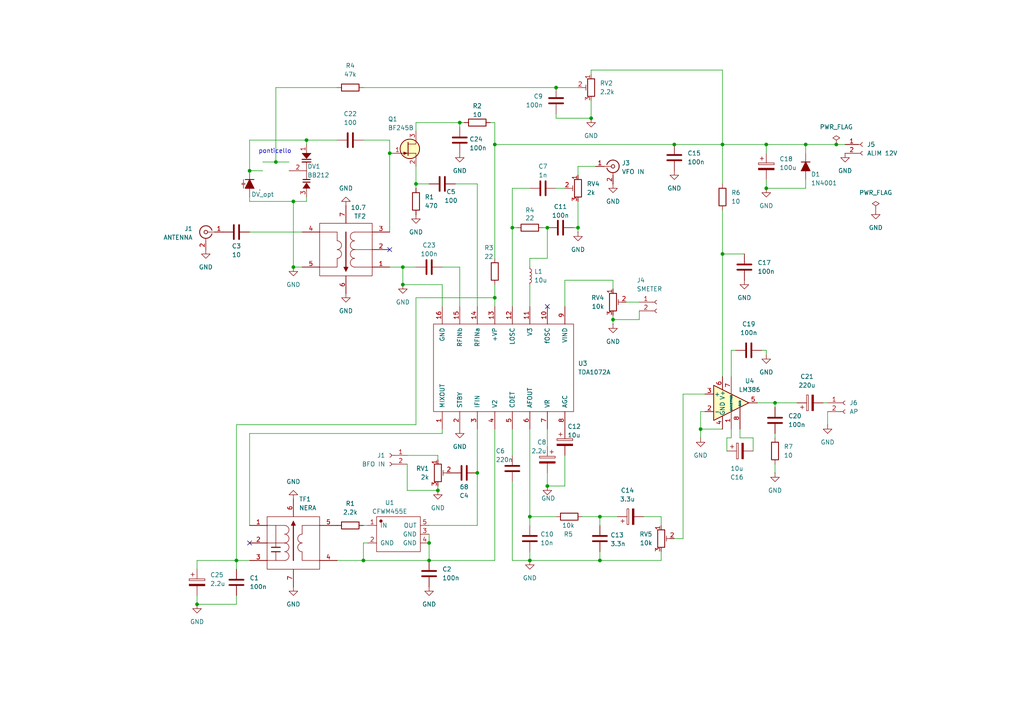
<source format=kicad_sch>
(kicad_sch (version 20250114) (generator "eeschema") (generator_version "9.0")
  (paper "A4")
  (lib_symbols
    (symbol "Amplifier_Audio:LM386" (pin_names (offset 0.127))
      (property "Reference" "U" (at 1.27 7.62 0))
      (property "Value" "LM386" (at 1.27 5.08 0))
      (symbol "LM386_0_1"
        (polyline (pts (xy 5.08 0) (xy -5.08 5.08) (xy -5.08 -5.08) (xy 5.08 0)) (stroke (width 0.254)) (fill (type background)))
      )
      (symbol "LM386_1_1"
        (pin input line (at -7.62 2.54 0) (length 2.54) (name "+") (number "3"))
        (pin input line (at -7.62 -2.54 0) (length 2.54) (name "-") (number "2"))
        (pin power_in line (at -2.54 7.62 270) (length 3.81) (name "V+") (number "6"))
        (pin power_in line (at -2.54 -7.62 90) (length 3.81) (name "GND") (number "4"))
        (pin input line (at 0 7.62 270) (length 5.08) (name "BYPASS") (number "7"))
        (pin input line (at 0 -7.62 90) (length 5.08) (name "GAIN") (number "1"))
        (pin input line (at 2.54 -7.62 90) (length 6.35) (name "GAIN") (number "8"))
        (pin output line (at 7.62 0 180) (length 2.54) (name "~") (number "5"))
      )
    )
    (symbol "Connector:Conn_01x02_Socket" (pin_names (offset 1.016) (hide yes))
      (property "Reference" "J" (at 0 2.54 0))
      (property "Value" "Conn_01x02_Socket" (at 0 -5.08 0))
      (symbol "Conn_01x02_Socket_1_1"
        (polyline (pts (xy -1.27 0) (xy -0.508 0)) (stroke (width 0.1524)))
        (polyline (pts (xy -1.27 -2.54) (xy -0.508 -2.54)) (stroke (width 0.1524)))
        (arc (start 0 -0.508) (mid -0.5058 0) (end 0 0.508) (stroke (width 0.1524)))
        (arc (start 0 -3.048) (mid -0.5058 -2.54) (end 0 -2.032) (stroke (width 0.1524)))
        (pin passive line (at -5.08 0 0) (length 3.81) (name "Pin_1") (number "1"))
        (pin passive line (at -5.08 -2.54 0) (length 3.81) (name "Pin_2") (number "2"))
      )
    )
    (symbol "Connector:Conn_Coaxial" (pin_names (offset 1.016) (hide yes))
      (property "Reference" "J" (at 0.254 3.048 0))
      (property "Value" "Conn_Coaxial" (at 2.921 0 90))
      (symbol "Conn_Coaxial_0_1"
        (polyline (pts (xy -2.54 0) (xy -0.508 0)))
        (arc (start 1.778 0) (mid 0.222 -1.8079) (end -1.778 -0.508) (stroke (width 0.254)))
        (arc (start -1.778 0.508) (mid 0.2221 1.8084) (end 1.778 0) (stroke (width 0.254)))
        (circle (center 0 0) (radius 0.508) (stroke (width 0.2032)))
        (polyline (pts (xy 0 -2.54) (xy 0 -1.778)))
      )
      (symbol "Conn_Coaxial_1_1"
        (pin passive line (at -5.08 0 0) (length 2.54) (name "In") (number "1"))
        (pin passive line (at 0 -5.08 90) (length 2.54) (name "Ext") (number "2"))
      )
    )
    (symbol "Device:C" (pin_numbers (hide yes)) (pin_names (offset 0.254))
      (property "Reference" "C" (at 0.635 2.54 0))
      (property "Value" "C" (at 0.635 -2.54 0))
      (symbol "C_0_1"
        (polyline (pts (xy -2.032 0.762) (xy 2.032 0.762)) (stroke (width 0.508)))
        (polyline (pts (xy -2.032 -0.762) (xy 2.032 -0.762)) (stroke (width 0.508)))
      )
      (symbol "C_1_1"
        (pin passive line (at 0 3.81 270) (length 2.794) (name "~") (number "1"))
        (pin passive line (at 0 -3.81 90) (length 2.794) (name "~") (number "2"))
      )
    )
    (symbol "Device:C_Polarized" (pin_numbers (hide yes)) (pin_names (offset 0.254))
      (property "Reference" "C" (at 0.635 2.54 0))
      (property "Value" "C_Polarized" (at 0.635 -2.54 0))
      (symbol "C_Polarized_0_1"
        (rectangle (start -2.286 0.508) (end 2.286 1.016))
        (polyline (pts (xy -1.778 2.286) (xy -0.762 2.286)))
        (polyline (pts (xy -1.27 2.794) (xy -1.27 1.778)))
        (rectangle (start 2.286 -0.508) (end -2.286 -1.016) (fill (type outline)))
      )
      (symbol "C_Polarized_1_1"
        (pin passive line (at 0 3.81 270) (length 2.794) (name "~") (number "1"))
        (pin passive line (at 0 -3.81 90) (length 2.794) (name "~") (number "2"))
      )
    )
    (symbol "Device:D_Capacitance_Filled" (pin_numbers (hide yes)) (pin_names (offset 1.016) (hide yes))
      (property "Reference" "D" (at 0 2.54 0))
      (property "Value" "D_Capacitance_Filled" (at 0 -3.302 0))
      (symbol "D_Capacitance_Filled_0_1"
        (polyline (pts (xy -1.27 1.27) (xy -1.27 -1.27)) (stroke (width 0.254)))
        (polyline (pts (xy -1.27 0) (xy 1.27 0)))
        (polyline (pts (xy -1.27 -1.778) (xy -0.1524 -1.778)))
        (polyline (pts (xy -0.1524 -1.27) (xy -0.1524 -2.286)))
        (polyline (pts (xy 0.1524 -1.27) (xy 0.1524 -2.286)))
        (polyline (pts (xy 0.1524 -1.778) (xy 1.27 -1.778)))
        (polyline (pts (xy 1.27 1.27) (xy 1.27 -1.27) (xy -1.27 0) (xy 1.27 1.27)) (stroke (width 0.254)) (fill (type outline)))
      )
      (symbol "D_Capacitance_Filled_1_1"
        (pin passive line (at -3.81 0 0) (length 2.54) (name "K") (number "1"))
        (pin passive line (at 3.81 0 180) (length 2.54) (name "A") (number "2"))
      )
    )
    (symbol "Device:L_Small" (pin_numbers (hide yes)) (pin_names (offset 0.254) (hide yes))
      (property "Reference" "L" (at 0.762 1.016 0))
      (property "Value" "L_Small" (at 0.762 -1.016 0))
      (symbol "L_Small_0_1"
        (arc (start 0 2.032) (mid 0.5058 1.524) (end 0 1.016))
        (arc (start 0 1.016) (mid 0.5058 0.508) (end 0 0))
        (arc (start 0 0) (mid 0.5058 -0.508) (end 0 -1.016))
        (arc (start 0 -1.016) (mid 0.5058 -1.524) (end 0 -2.032))
      )
      (symbol "L_Small_1_1"
        (pin passive line (at 0 2.54 270) (length 0.508) (name "~") (number "1"))
        (pin passive line (at 0 -2.54 90) (length 0.508) (name "~") (number "2"))
      )
    )
    (symbol "Device:R" (pin_numbers (hide yes)) (pin_names (offset 0))
      (property "Reference" "R" (at 2.032 0 90))
      (property "Value" "R" (at 0 0 90))
      (symbol "R_0_1"
        (rectangle (start -1.016 -2.54) (end 1.016 2.54) (stroke (width 0.254)))
      )
      (symbol "R_1_1"
        (pin passive line (at 0 3.81 270) (length 1.27) (name "~") (number "1"))
        (pin passive line (at 0 -3.81 90) (length 1.27) (name "~") (number "2"))
      )
    )
    (symbol "Device:R_Potentiometer_Trim" (pin_names (offset 1.016) (hide yes))
      (property "Reference" "RV" (at -4.445 0 90))
      (property "Value" "R_Potentiometer_Trim" (at -2.54 0 90))
      (symbol "R_Potentiometer_Trim_0_1"
        (rectangle (start 1.016 2.54) (end -1.016 -2.54) (stroke (width 0.254)))
        (polyline (pts (xy 1.524 0.762) (xy 1.524 -0.762)))
        (polyline (pts (xy 2.54 0) (xy 1.524 0)))
      )
      (symbol "R_Potentiometer_Trim_1_1"
        (pin passive line (at 0 3.81 270) (length 1.27) (name "1") (number "1"))
        (pin passive line (at 0 -3.81 90) (length 1.27) (name "3") (number "3"))
        (pin passive line (at 3.81 0 180) (length 1.27) (name "2") (number "2"))
      )
    )
    (symbol "FILTER_IF:CFWM455E" (pin_names (offset 1.016))
      (property "Reference" "U2" (at 0 10.16 0))
      (property "Value" "CFWM455E" (at 0 7.62 0))
      (symbol "CFWM455E_1_1"
        (rectangle (start -6.35 5.08) (end 6.35 -5.08) (stroke (width 0.1524)))
        (circle (center -5.08 3.81) (radius 0.381) (stroke (width 0.1524)) (fill (type outline)))
        (pin input line (at -8.89 2.54 0) (length 2.54) (name "IN") (number "1"))
        (pin input line (at -8.89 -2.54 0) (length 2.54) (name "GND") (number "2"))
        (pin input line (at 8.89 2.54 180) (length 2.54) (name "OUT") (number "5"))
        (pin input line (at 8.89 0 180) (length 2.54) (name "GND") (number "3"))
        (pin input line (at 8.89 -2.54 180) (length 2.54) (name "GND") (number "4"))
      )
    )
    (symbol "MF_TOKO:FI_AMARILLO_10" (pin_names (offset 1.016) (hide yes))
      (property "Reference" "TF" (at 0 10.414 0))
      (property "Value" "FI_AMARILLO_10" (at 0 15.494 0))
      (symbol "FI_AMARILLO_10_1_1"
        (rectangle (start 5.08 2.54) (end 20.32 -12.7) (stroke (width 0.1524)))
        (polyline (pts (xy 6.35 -6.35) (xy 8.89 -6.35)) (stroke (width 0.3048)))
        (polyline (pts (xy 6.35 -7.62) (xy 8.89 -7.62)) (stroke (width 0.3048)))
        (polyline (pts (xy 7.62 0) (xy 7.62 -6.35)) (stroke (width 0.1524)))
        (polyline (pts (xy 7.62 -7.62) (xy 7.62 -10.16)) (stroke (width 0.1524)))
        (polyline (pts (xy 10.16 0) (xy 5.08 0)) (stroke (width 0.1524)))
        (arc (start 10.16 0) (mid 11.43 -1.27) (end 10.16 -2.54) (stroke (width 0.1524)))
        (arc (start 10.16 -2.54) (mid 11.43 -3.81) (end 10.16 -5.08) (stroke (width 0.1524)))
        (polyline (pts (xy 10.16 -5.08) (xy 5.08 -5.08)) (stroke (width 0.1524)))
        (arc (start 10.16 -5.08) (mid 11.43 -6.35) (end 10.16 -7.62) (stroke (width 0.1524)))
        (arc (start 10.16 -7.62) (mid 11.43 -8.89) (end 10.16 -10.16) (stroke (width 0.1524)))
        (polyline (pts (xy 10.16 -10.16) (xy 5.08 -10.16)) (stroke (width 0.1524)))
        (polyline (pts (xy 12.7 1.27) (xy 13.335 0) (xy 12.065 0) (xy 12.7 1.27)) (fill (type outline)))
        (polyline (pts (xy 12.7 0) (xy 12.7 -10.16)) (stroke (width 0.3048)))
        (polyline (pts (xy 15.24 -2.54) (xy 15.24 0) (xy 20.32 0)) (stroke (width 0.1524)))
        (arc (start 15.24 -5.08) (mid 13.97 -3.81) (end 15.24 -2.54) (stroke (width 0.1524)))
        (arc (start 15.24 -7.62) (mid 13.97 -6.35) (end 15.24 -5.08) (stroke (width 0.1524)))
        (polyline (pts (xy 15.24 -7.62) (xy 15.24 -10.16) (xy 20.32 -10.16)) (stroke (width 0.1524)))
        (pin input line (at 0 0 0) (length 5.08) (name "1") (number "1"))
        (pin input line (at 0 -5.08 0) (length 5.08) (name "2") (number "2"))
        (pin input line (at 0 -10.16 0) (length 5.08) (name "3") (number "3"))
        (pin input line (at 12.7 7.62 270) (length 5.08) (name "6") (number "6"))
        (pin input line (at 12.7 -17.78 90) (length 5.08) (name "7") (number "7"))
        (pin input line (at 25.4 0 180) (length 5.08) (name "5") (number "5"))
        (pin input line (at 25.4 -10.16 180) (length 5.08) (name "4") (number "4"))
      )
    )
    (symbol "MF_TOKO:FI_ROJA_10" (pin_names (offset 1.016) (hide yes))
      (property "Reference" "TF" (at 0 10.541 0))
      (property "Value" "FI_ROJA_10" (at 0 15.621 0))
      (symbol "FI_ROJA_10_1_1"
        (rectangle (start 5.08 2.54) (end 20.32 -12.7) (stroke (width 0.1524)))
        (polyline (pts (xy 10.16 0) (xy 5.08 0)) (stroke (width 0.1524)))
        (arc (start 10.16 0) (mid 11.43 -1.27) (end 10.16 -2.54) (stroke (width 0.1524)))
        (arc (start 10.16 -2.54) (mid 11.43 -3.81) (end 10.16 -5.08) (stroke (width 0.1524)))
        (polyline (pts (xy 10.16 -5.08) (xy 5.08 -5.08)) (stroke (width 0.1524)))
        (arc (start 10.16 -5.08) (mid 11.43 -6.35) (end 10.16 -7.62) (stroke (width 0.1524)))
        (arc (start 10.16 -7.62) (mid 11.43 -8.89) (end 10.16 -10.16) (stroke (width 0.1524)))
        (polyline (pts (xy 10.16 -10.16) (xy 5.08 -10.16)) (stroke (width 0.1524)))
        (polyline (pts (xy 12.7 1.27) (xy 13.335 0) (xy 12.065 0) (xy 12.7 1.27)) (fill (type outline)))
        (polyline (pts (xy 12.7 0) (xy 12.7 -10.16)) (stroke (width 0.3048)))
        (polyline (pts (xy 15.24 -2.54) (xy 15.24 0) (xy 20.32 0)) (stroke (width 0.1524)))
        (arc (start 15.24 -5.08) (mid 13.97 -3.81) (end 15.24 -2.54) (stroke (width 0.1524)))
        (arc (start 15.24 -7.62) (mid 13.97 -6.35) (end 15.24 -5.08) (stroke (width 0.1524)))
        (polyline (pts (xy 15.24 -7.62) (xy 15.24 -10.16) (xy 20.32 -10.16)) (stroke (width 0.1524)))
        (pin input line (at 0 0 0) (length 5.08) (name "1") (number "1"))
        (pin input line (at 0 -5.08 0) (length 5.08) (name "2") (number "2"))
        (pin input line (at 0 -10.16 0) (length 5.08) (name "3") (number "3"))
        (pin input line (at 12.7 7.62 270) (length 5.08) (name "6") (number "6"))
        (pin input line (at 12.7 -17.78 90) (length 5.08) (name "7") (number "7"))
        (pin input line (at 25.4 0 180) (length 5.08) (name "5") (number "5"))
        (pin input line (at 25.4 -10.16 180) (length 5.08) (name "4") (number "4"))
      )
    )
    (symbol "PCM_Diode_AKL:1N4007" (pin_numbers (hide yes)) (pin_names (offset 1.016) (hide yes))
      (property "Reference" "D" (at 0 5.08 0))
      (property "Value" "1N4007" (at 0 2.54 0))
      (symbol "1N4007_0_1"
        (polyline (pts (xy -1.27 1.27) (xy -1.27 -1.27) (xy 1.27 0) (xy -1.27 1.27)) (stroke (width 0.254)) (fill (type outline)))
        (polyline (pts (xy -1.27 0) (xy 1.27 0)))
        (polyline (pts (xy 1.27 1.27) (xy 1.27 -1.27)) (stroke (width 0.254)))
      )
      (symbol "1N4007_0_2"
        (polyline (pts (xy -2.54 -2.54) (xy 2.54 2.54)))
        (polyline (pts (xy -0.889 -0.889) (xy -1.778 0) (xy 0.889 0.889) (xy 0 -1.778) (xy -0.889 -0.889)) (stroke (width 0.254)) (fill (type outline)))
        (polyline (pts (xy 0 1.778) (xy 1.778 0)) (stroke (width 0.254)))
      )
      (symbol "1N4007_1_1"
        (pin passive line (at -3.81 0 0) (length 2.54) (name "A") (number "2"))
        (pin passive line (at 3.81 0 180) (length 2.54) (name "K") (number "1"))
      )
      (symbol "1N4007_1_2"
        (pin passive line (at -2.54 -2.54 0) (length 0) (name "A") (number "2"))
        (pin passive line (at 2.54 2.54 180) (length 0) (name "K") (number "1"))
      )
    )
    (symbol "PCM_Transistor_JFET_AKL:BF245B" (pin_names (hide yes))
      (property "Reference" "Q" (at 5.08 1.27 0))
      (property "Value" "BF245B" (at 5.08 -1.27 0))
      (symbol "BF245B_0_1"
        (polyline (pts (xy 0 -1.27) (xy 0.254 -1.27)))
        (polyline (pts (xy 0 -1.27) (xy -1.016 -0.889) (xy -1.016 -1.651) (xy 0 -1.27)) (fill (type outline)))
        (polyline (pts (xy 0.254 1.905) (xy 0.254 -1.905) (xy 0.254 -1.905)) (stroke (width 0.254)))
        (circle (center 0.762 0) (radius 2.8194) (stroke (width 0.254)) (fill (type background)))
        (polyline (pts (xy 2.54 2.54) (xy 2.54 1.397) (xy 0.254 1.397)))
        (polyline (pts (xy 2.54 -2.54) (xy 2.54 -1.27) (xy 0.254 -1.27)))
      )
      (symbol "BF245B_1_1"
        (pin input line (at -5.08 -1.27 0) (length 4.4958) (name "G") (number "1"))
        (pin passive line (at 2.54 5.08 270) (length 2.54) (name "D") (number "3"))
        (pin passive line (at 2.54 -5.08 90) (length 2.54) (name "S") (number "2"))
      )
    )
    (symbol "Varicap1:BB212" (pin_numbers (hide yes)) (pin_names (offset 1.016) (hide yes))
      (property "Reference" "D" (at 0 -1009.6754 0))
      (property "Value" "BB212" (at 0 -1004.5954 0))
      (symbol "BB212_1_1"
        (polyline (pts (xy 759.714 -1012.19) (xy 759.714 -1013.46)) (stroke (width 0.1524)))
        (polyline (pts (xy 759.714 -1013.46) (xy 758.444 -1013.46)) (stroke (width 0.1524)))
        (polyline (pts (xy 759.714 -1013.46) (xy 759.714 -1014.73)) (stroke (width 0.1524)))
        (polyline (pts (xy 759.714 -1014.73) (xy 762.254 -1013.46)) (stroke (width 0.1524)))
        (polyline (pts (xy 759.714 -1017.27) (xy 759.714 -1018.54)) (stroke (width 0.1524)))
        (polyline (pts (xy 759.714 -1018.54) (xy 758.444 -1018.54)) (stroke (width 0.1524)))
        (polyline (pts (xy 759.714 -1018.54) (xy 759.714 -1019.81)) (stroke (width 0.1524)))
        (polyline (pts (xy 759.714 -1019.81) (xy 762.254 -1018.54)) (stroke (width 0.1524)))
        (polyline (pts (xy 760.73 -1015.238) (xy 760.73 -1016)) (stroke (width 0.1524)))
        (polyline (pts (xy 760.73 -1016) (xy 759.46 -1016)) (stroke (width 0.1524)))
        (polyline (pts (xy 760.73 -1016) (xy 760.73 -1016.762)) (stroke (width 0.1524)))
        (polyline (pts (xy 761.365 -1015.238) (xy 761.365 -1016)) (stroke (width 0.1524)))
        (polyline (pts (xy 761.365 -1016) (xy 761.365 -1016.762)) (stroke (width 0.1524)))
        (polyline (pts (xy 762.254 -1012.19) (xy 762.254 -1013.46)) (stroke (width 0.1524)))
        (polyline (pts (xy 762.254 -1013.46) (xy 759.714 -1012.19)) (stroke (width 0.1524)))
        (polyline (pts (xy 762.254 -1013.46) (xy 762.254 -1014.73)) (stroke (width 0.1524)))
        (polyline (pts (xy 762.254 -1017.27) (xy 762.254 -1018.54)) (stroke (width 0.1524)))
        (polyline (pts (xy 762.254 -1018.54) (xy 759.714 -1017.27)) (stroke (width 0.1524)))
        (polyline (pts (xy 762.254 -1018.54) (xy 762.254 -1019.81)) (stroke (width 0.1524)))
        (polyline (pts (xy 762.635 -1016) (xy 761.365 -1016)) (stroke (width 0.1524)))
        (arc (start 763.651 -1016.0254) (mid 763.5115 -1016.1518) (end 763.397 -1016) (stroke (width 0.2286)))
        (polyline (pts (xy 763.524 -1013.46) (xy 762.254 -1013.46)) (stroke (width 0.1524)))
        (arc (start 763.397 -1016) (mid 763.524 -1015.8959) (end 763.651 -1016) (stroke (width 0.2286)))
        (polyline (pts (xy 763.524 -1018.54) (xy 762.254 -1018.54)) (stroke (width 0.1524)))
        (polyline (pts (xy 763.524 -1018.54) (xy 763.524 -1013.46)) (stroke (width 0.1524)))
        (pin bidirectional line (at 758.444 -1013.46 0) (length 0) (name "A1") (number "A1"))
        (pin bidirectional line (at 758.444 -1018.54 0) (length 0) (name "A2") (number "A2"))
        (pin bidirectional line (at 766.064 -1016 180) (length 2.4892) (name "C") (number "C"))
      )
    )
    (symbol "Varicap1:Varicap_To92" (pin_names (offset 1.016) (hide yes))
      (property "Reference" "DV" (at 0 10.541 0))
      (property "Value" "Varicap_To92" (at 0 15.621 0))
      (symbol "Varicap_To92_1_1"
        (polyline (pts (xy -1.27 5.08) (xy 1.27 5.08) (xy 0 3.556) (xy -1.27 5.08)) (stroke (width 0.1524)) (fill (type outline)))
        (polyline (pts (xy -1.27 3.302) (xy 1.27 3.302) (xy 0 3.302)) (stroke (width 0.3048)))
        (polyline (pts (xy 0 2.54) (xy 0 0)) (stroke (width 0.1524)))
        (polyline (pts (xy 0 0) (xy 0 -2.54)) (stroke (width 0.1524)))
        (polyline (pts (xy 1.016 -2.54) (xy -1.016 -2.54)) (stroke (width 0.3048)))
        (polyline (pts (xy 1.016 -3.302) (xy -1.016 -3.302)) (stroke (width 0.3048)))
        (polyline (pts (xy 1.016 -5.08) (xy -1.016 -5.08) (xy 0 -3.556) (xy 1.016 -5.08)) (stroke (width 0.1524)) (fill (type outline)))
        (polyline (pts (xy 1.27 2.54) (xy -1.27 2.54)) (stroke (width 0.3048)))
        (pin input line (at 0 7.62 270) (length 2.54) (name "1") (number "1"))
        (pin input line (at 0 -7.62 90) (length 2.54) (name "3") (number "3"))
        (pin input line (at 5.08 0 180) (length 5.08) (name "2") (number "2"))
      )
    )
    (symbol "kicad_TDA1572:TDA1072A" (pin_names (offset 1.016))
      (property "Reference" "U" (at 0 38.608 0))
      (property "Value" "TDA1072A" (at 0 43.688 0))
      (symbol "TDA1072A_1_1"
        (rectangle (start -2.54 30.48) (end 38.1 5.08) (stroke (width 0.1524)))
        (pin input line (at 0 35.56 270) (length 5.08) (name "GND") (number "16"))
        (pin input line (at 0 0 90) (length 5.08) (name "MIXOUT") (number "1"))
        (pin input line (at 5.08 35.56 270) (length 5.08) (name "RFINb") (number "15"))
        (pin input line (at 5.08 0 90) (length 5.08) (name "STBY") (number "2"))
        (pin input line (at 10.16 35.56 270) (length 5.08) (name "RFINa") (number "14"))
        (pin input line (at 10.16 0 90) (length 5.08) (name "IFIN") (number "3"))
        (pin input line (at 15.24 35.56 270) (length 5.08) (name "+VP") (number "13"))
        (pin input line (at 15.24 0 90) (length 5.08) (name "V2") (number "4"))
        (pin input line (at 20.32 35.56 270) (length 5.08) (name "LOSC") (number "12"))
        (pin input line (at 20.32 0 90) (length 5.08) (name "CDET") (number "5"))
        (pin input line (at 25.4 35.56 270) (length 5.08) (name "V3") (number "11"))
        (pin input line (at 25.4 0 90) (length 5.08) (name "AFOUT") (number "6"))
        (pin input line (at 30.48 35.56 270) (length 5.08) (name "fOSC") (number "10"))
        (pin input line (at 30.48 0 90) (length 5.08) (name "VR") (number "7"))
        (pin input line (at 35.56 35.56 270) (length 5.08) (name "VIND") (number "9"))
        (pin input line (at 35.56 0 90) (length 5.08) (name "AGC") (number "8"))
      )
    )
    (symbol "power:GND" (power) (pin_numbers (hide yes)) (pin_names (offset 0) (hide yes))
      (property "Value" "GND" (at 0 -3.81 0))
      (symbol "GND_0_1"
        (polyline (pts (xy 0 0) (xy 0 -1.27) (xy 1.27 -1.27) (xy 0 -2.54) (xy -1.27 -1.27) (xy 0 -1.27)))
      )
      (symbol "GND_1_1"
        (pin power_in line (at 0 0 270) (length 0) (name "~") (number "1"))
      )
    )
    (symbol "power:PWR_FLAG" (power) (pin_numbers (hide yes)) (pin_names (offset 0) (hide yes))
      (property "Value" "PWR_FLAG" (at 0 3.81 0))
      (symbol "PWR_FLAG_0_0"
        (pin power_out line (at 0 0 90) (length 0) (name "~") (number "1"))
      )
      (symbol "PWR_FLAG_0_1"
        (polyline (pts (xy 0 0) (xy 0 1.27) (xy -1.016 1.905) (xy 0 2.54) (xy 1.016 1.905) (xy 0 1.27)))
      )
    )
  )
  (text "ponticello" (at 79.756 43.942 0) (effects (font (size 1.27 1.27))))
  (junction (at 72.39 49.53))
  (junction (at 143.51 41.91))
  (junction (at 173.99 149.86))
  (junction (at 116.84 77.47))
  (junction (at 80.01 46.99))
  (junction (at 153.67 162.56))
  (junction (at 153.67 149.86))
  (junction (at 158.75 66.04))
  (junction (at 120.65 53.34))
  (junction (at 138.43 137.16))
  (junction (at 209.55 41.91))
  (junction (at 203.2 124.46))
  (junction (at 127 142.24))
  (junction (at 85.09 58.42))
  (junction (at 177.8 92.71))
  (junction (at 195.58 41.91))
  (junction (at 171.45 34.29))
  (junction (at 222.25 54.61))
  (junction (at 173.99 162.56))
  (junction (at 113.03 44.45))
  (junction (at 158.75 140.97))
  (junction (at 133.35 35.56))
  (junction (at 124.46 157.48))
  (junction (at 233.68 41.91))
  (junction (at 116.84 82.55))
  (junction (at 224.79 116.84))
  (junction (at 68.58 162.56))
  (junction (at 85.09 77.47))
  (junction (at 242.57 41.91))
  (junction (at 124.46 162.56))
  (junction (at 88.9 40.64))
  (junction (at 209.55 73.66))
  (junction (at 222.25 41.91))
  (junction (at 143.51 86.36))
  (junction (at 105.41 162.56))
  (junction (at 148.59 66.04))
  (junction (at 167.64 66.04))
  (junction (at 161.29 25.4))
  (junction (at 57.15 175.26))
  (no_connect (at 72.39 157.48))
  (no_connect (at 113.03 72.39))
  (no_connect (at 158.75 88.9))
  (wire (pts (xy 158.75 74.93) (xy 158.75 66.04)))
  (wire (pts (xy 72.39 125.73) (xy 128.27 125.73)))
  (wire (pts (xy 138.43 53.34) (xy 138.43 88.9)))
  (wire (pts (xy 212.09 101.6) (xy 213.36 101.6)))
  (wire (pts (xy 138.43 137.16) (xy 138.43 152.4)))
  (wire (pts (xy 68.58 162.56) (xy 68.58 123.19)))
  (wire (pts (xy 158.75 137.16) (xy 158.75 140.97)))
  (wire (pts (xy 167.64 48.26) (xy 167.64 50.8)))
  (wire (pts (xy 198.12 156.21) (xy 195.58 156.21)))
  (wire (pts (xy 153.67 162.56) (xy 173.99 162.56)))
  (wire (pts (xy 171.45 21.59) (xy 171.45 20.32)))
  (wire (pts (xy 72.39 49.53) (xy 76.2 49.53)))
  (wire (pts (xy 171.45 29.21) (xy 171.45 34.29)))
  (wire (pts (xy 68.58 175.26) (xy 68.58 172.72)))
  (wire (pts (xy 240.03 123.19) (xy 240.03 119.38)))
  (wire (pts (xy 133.35 35.56) (xy 133.35 36.83)))
  (wire (pts (xy 120.65 35.56) (xy 120.65 38.1)))
  (wire (pts (xy 209.55 73.66) (xy 215.9 73.66)))
  (wire (pts (xy 68.58 162.56) (xy 72.39 162.56)))
  (wire (pts (xy 191.77 160.02) (xy 191.77 162.56)))
  (wire (pts (xy 219.71 116.84) (xy 224.79 116.84)))
  (wire (pts (xy 198.12 114.3) (xy 198.12 156.21)))
  (wire (pts (xy 233.68 54.61) (xy 222.25 54.61)))
  (wire (pts (xy 72.39 40.64) (xy 88.9 40.64)))
  (wire (pts (xy 203.2 124.46) (xy 209.55 124.46)))
  (wire (pts (xy 57.15 175.26) (xy 68.58 175.26)))
  (wire (pts (xy 118.11 132.08) (xy 127 132.08)))
  (wire (pts (xy 105.41 162.56) (xy 105.41 157.48)))
  (wire (pts (xy 85.09 58.42) (xy 85.09 77.47)))
  (wire (pts (xy 177.8 83.82) (xy 177.8 81.28)))
  (wire (pts (xy 185.42 90.17) (xy 185.42 92.71)))
  (wire (pts (xy 143.51 86.36) (xy 143.51 88.9)))
  (wire (pts (xy 87.63 77.47) (xy 85.09 77.47)))
  (wire (pts (xy 173.99 152.4) (xy 173.99 149.86)))
  (wire (pts (xy 57.15 172.72) (xy 57.15 175.26)))
  (wire (pts (xy 153.67 162.56) (xy 153.67 160.02)))
  (wire (pts (xy 233.68 41.91) (xy 242.57 41.91)))
  (wire (pts (xy 80.01 25.4) (xy 80.01 46.99)))
  (wire (pts (xy 113.03 44.45) (xy 113.03 40.64)))
  (wire (pts (xy 163.83 81.28) (xy 163.83 88.9)))
  (wire (pts (xy 177.8 81.28) (xy 163.83 81.28)))
  (wire (pts (xy 233.68 41.91) (xy 222.25 41.91)))
  (wire (pts (xy 167.64 58.42) (xy 167.64 66.04)))
  (wire (pts (xy 105.41 157.48) (xy 106.68 157.48)))
  (wire (pts (xy 120.65 48.26) (xy 120.65 53.34)))
  (wire (pts (xy 132.08 53.34) (xy 138.43 53.34)))
  (wire (pts (xy 143.51 35.56) (xy 142.24 35.56)))
  (wire (pts (xy 148.59 162.56) (xy 153.67 162.56)))
  (wire (pts (xy 124.46 162.56) (xy 143.51 162.56)))
  (wire (pts (xy 186.69 149.86) (xy 191.77 149.86)))
  (wire (pts (xy 163.83 132.08) (xy 163.83 140.97)))
  (wire (pts (xy 76.2 46.99) (xy 80.01 46.99)))
  (wire (pts (xy 161.29 34.29) (xy 171.45 34.29)))
  (wire (pts (xy 167.64 67.31) (xy 167.64 66.04)))
  (wire (pts (xy 161.29 54.61) (xy 163.83 54.61)))
  (wire (pts (xy 113.03 77.47) (xy 116.84 77.47)))
  (wire (pts (xy 113.03 44.45) (xy 113.03 67.31)))
  (wire (pts (xy 120.65 35.56) (xy 133.35 35.56)))
  (wire (pts (xy 72.39 152.4) (xy 72.39 125.73)))
  (wire (pts (xy 153.67 77.47) (xy 153.67 74.93)))
  (wire (pts (xy 143.51 82.55) (xy 143.51 86.36)))
  (wire (pts (xy 203.2 119.38) (xy 204.47 119.38)))
  (wire (pts (xy 124.46 162.56) (xy 105.41 162.56)))
  (wire (pts (xy 222.25 54.61) (xy 222.25 52.07)))
  (wire (pts (xy 173.99 149.86) (xy 168.91 149.86)))
  (wire (pts (xy 172.72 48.26) (xy 167.64 48.26)))
  (wire (pts (xy 222.25 41.91) (xy 222.25 44.45)))
  (wire (pts (xy 120.65 77.47) (xy 116.84 77.47)))
  (wire (pts (xy 88.9 40.64) (xy 97.79 40.64)))
  (wire (pts (xy 177.8 92.71) (xy 177.8 91.44)))
  (wire (pts (xy 214.63 124.46) (xy 214.63 127)))
  (wire (pts (xy 143.51 41.91) (xy 195.58 41.91)))
  (wire (pts (xy 128.27 88.9) (xy 128.27 82.55)))
  (wire (pts (xy 120.65 53.34) (xy 120.65 54.61)))
  (wire (pts (xy 224.79 127) (xy 224.79 125.73)))
  (wire (pts (xy 173.99 149.86) (xy 179.07 149.86)))
  (wire (pts (xy 212.09 127) (xy 212.09 124.46)))
  (wire (pts (xy 127 132.08) (xy 127 133.35)))
  (wire (pts (xy 124.46 152.4) (xy 138.43 152.4)))
  (wire (pts (xy 204.47 114.3) (xy 198.12 114.3)))
  (wire (pts (xy 203.2 127) (xy 203.2 124.46)))
  (wire (pts (xy 153.67 74.93) (xy 158.75 74.93)))
  (wire (pts (xy 173.99 162.56) (xy 191.77 162.56)))
  (wire (pts (xy 218.44 127) (xy 214.63 127)))
  (wire (pts (xy 222.25 41.91) (xy 209.55 41.91)))
  (wire (pts (xy 127 142.24) (xy 127 140.97)))
  (wire (pts (xy 224.79 116.84) (xy 231.14 116.84)))
  (wire (pts (xy 158.75 129.54) (xy 158.75 124.46)))
  (wire (pts (xy 124.46 154.94) (xy 124.46 157.48)))
  (wire (pts (xy 143.51 41.91) (xy 143.51 74.93)))
  (wire (pts (xy 209.55 60.96) (xy 209.55 73.66)))
  (wire (pts (xy 203.2 124.46) (xy 203.2 119.38)))
  (wire (pts (xy 242.57 41.91) (xy 245.11 41.91)))
  (wire (pts (xy 128.27 125.73) (xy 128.27 124.46)))
  (wire (pts (xy 133.35 77.47) (xy 133.35 88.9)))
  (wire (pts (xy 97.79 25.4) (xy 80.01 25.4)))
  (wire (pts (xy 118.11 142.24) (xy 127 142.24)))
  (wire (pts (xy 209.55 73.66) (xy 209.55 109.22)))
  (wire (pts (xy 153.67 54.61) (xy 148.59 54.61)))
  (wire (pts (xy 68.58 162.56) (xy 68.58 165.1)))
  (wire (pts (xy 105.41 25.4) (xy 161.29 25.4)))
  (wire (pts (xy 72.39 40.64) (xy 72.39 49.53)))
  (wire (pts (xy 191.77 149.86) (xy 191.77 152.4)))
  (wire (pts (xy 143.51 162.56) (xy 143.51 124.46)))
  (wire (pts (xy 57.15 165.1) (xy 57.15 162.56)))
  (wire (pts (xy 181.61 87.63) (xy 185.42 87.63)))
  (wire (pts (xy 158.75 140.97) (xy 163.83 140.97)))
  (wire (pts (xy 210.82 130.81) (xy 210.82 127)))
  (wire (pts (xy 173.99 160.02) (xy 173.99 162.56)))
  (wire (pts (xy 88.9 40.64) (xy 88.9 41.91)))
  (wire (pts (xy 209.55 20.32) (xy 209.55 41.91)))
  (wire (pts (xy 72.39 67.31) (xy 87.63 67.31)))
  (wire (pts (xy 185.42 92.71) (xy 177.8 92.71)))
  (wire (pts (xy 149.86 66.04) (xy 148.59 66.04)))
  (wire (pts (xy 120.65 86.36) (xy 143.51 86.36)))
  (wire (pts (xy 148.59 124.46) (xy 148.59 132.08)))
  (wire (pts (xy 124.46 162.56) (xy 124.46 157.48)))
  (wire (pts (xy 177.8 93.98) (xy 177.8 92.71)))
  (wire (pts (xy 80.01 46.99) (xy 83.82 46.99)))
  (wire (pts (xy 128.27 82.55) (xy 116.84 82.55)))
  (wire (pts (xy 153.67 149.86) (xy 161.29 149.86)))
  (wire (pts (xy 153.67 124.46) (xy 153.67 149.86)))
  (wire (pts (xy 153.67 152.4) (xy 153.67 149.86)))
  (wire (pts (xy 72.39 57.15) (xy 72.39 58.42)))
  (wire (pts (xy 240.03 116.84) (xy 238.76 116.84)))
  (wire (pts (xy 212.09 101.6) (xy 212.09 109.22)))
  (wire (pts (xy 120.65 123.19) (xy 120.65 86.36)))
  (wire (pts (xy 195.58 41.91) (xy 209.55 41.91)))
  (wire (pts (xy 233.68 44.45) (xy 233.68 41.91)))
  (wire (pts (xy 97.79 162.56) (xy 105.41 162.56)))
  (wire (pts (xy 85.09 58.42) (xy 88.9 58.42)))
  (wire (pts (xy 148.59 66.04) (xy 148.59 88.9)))
  (wire (pts (xy 134.62 35.56) (xy 133.35 35.56)))
  (wire (pts (xy 148.59 54.61) (xy 148.59 66.04)))
  (wire (pts (xy 209.55 53.34) (xy 209.55 41.91)))
  (wire (pts (xy 161.29 33.02) (xy 161.29 34.29)))
  (wire (pts (xy 72.39 58.42) (xy 85.09 58.42)))
  (wire (pts (xy 158.75 66.04) (xy 157.48 66.04)))
  (wire (pts (xy 220.98 101.6) (xy 222.25 101.6)))
  (wire (pts (xy 233.68 52.07) (xy 233.68 54.61)))
  (wire (pts (xy 167.64 66.04) (xy 166.37 66.04)))
  (wire (pts (xy 224.79 137.16) (xy 224.79 134.62)))
  (wire (pts (xy 118.11 134.62) (xy 118.11 142.24)))
  (wire (pts (xy 210.82 127) (xy 212.09 127)))
  (wire (pts (xy 68.58 123.19) (xy 120.65 123.19)))
  (wire (pts (xy 222.25 101.6) (xy 222.25 102.87)))
  (wire (pts (xy 120.65 53.34) (xy 124.46 53.34)))
  (wire (pts (xy 171.45 20.32) (xy 209.55 20.32)))
  (wire (pts (xy 105.41 152.4) (xy 106.68 152.4)))
  (wire (pts (xy 153.67 82.55) (xy 153.67 88.9)))
  (wire (pts (xy 224.79 118.11) (xy 224.79 116.84)))
  (wire (pts (xy 218.44 130.81) (xy 218.44 127)))
  (wire (pts (xy 116.84 82.55) (xy 116.84 77.47)))
  (wire (pts (xy 128.27 77.47) (xy 133.35 77.47)))
  (wire (pts (xy 88.9 58.42) (xy 88.9 57.15)))
  (wire (pts (xy 148.59 139.7) (xy 148.59 162.56)))
  (wire (pts (xy 57.15 162.56) (xy 68.58 162.56)))
  (wire (pts (xy 113.03 40.64) (xy 105.41 40.64)))
  (wire (pts (xy 167.64 25.4) (xy 161.29 25.4)))
  (wire (pts (xy 143.51 41.91) (xy 143.51 35.56)))
  (wire (pts (xy 138.43 137.16) (xy 138.43 124.46)))
  (symbol (lib_id "Device:R") (at 153.67 66.04 90) (unit 1)
    (property "Reference" "R4" (at 153.67 60.96 90))
    (property "Value" "22" (at 153.67 63.246 90))
    (property "Description" "Resistor" (effects (hide yes)))
  )
  (symbol (lib_id "Device:R_Potentiometer_Trim") (at 171.45 25.4 0) (mirror y) (unit 1)
    (property "Reference" "RV2" (at 173.99 24.1299 0) (effects (justify right)))
    (property "Value" "2.2k" (at 173.99 26.6699 0) (effects (justify right)))
    (property "Description" "Trim-potentiometer" (effects (hide yes)))
  )
  (symbol (lib_id "power:GND") (at 158.75 140.97 0) (unit 1)
    (property "Reference" "#PWR010" (effects (hide yes)))
    (property "Value" "GND" (at 159.004 144.526 0))
    (property "Description" "Power symbol creates a global label with name \"GND\" , ground" (effects (hide yes)))
  )
  (symbol (lib_id "power:GND") (at 245.11 44.45 0) (unit 1)
    (property "Reference" "#PWR028" (effects (hide yes)))
    (property "Value" "GND" (at 245.11 49.53 0))
    (property "Description" "Power symbol creates a global label with name \"GND\" , ground" (effects (hide yes)))
  )
  (symbol (lib_id "Varicap1:BB212") (at 58.42 49.53 0) (unit 1)
    (property "Reference" "D3" (at 819.4865 1056.64 0))
    (property "Value" "BB212" (at 819.4865 1059.18 0))
    (property "Footprint" "kicad_lceda:SOT54E" (effects (hide yes)))
    (property "uuid" "std:e9a306c2deec4e368d546f3f37d06c0e" (effects (hide yes)))
  )
  (symbol (lib_id "power:GND") (at 171.45 34.29 0) (unit 1)
    (property "Reference" "#PWR018" (effects (hide yes)))
    (property "Value" "GND" (at 171.45 39.37 0))
    (property "Description" "Power symbol creates a global label with name \"GND\" , ground" (effects (hide yes)))
  )
  (symbol (lib_id "Device:C") (at 224.79 121.92 180) (unit 1)
    (property "Reference" "C20" (at 228.6 120.6499 0) (effects (justify right)))
    (property "Value" "100n" (at 228.6 123.1899 0) (effects (justify right)))
    (property "Footprint" "Capacitor_THT:C_Disc_D4.3mm_W1.9mm_P5.00mm" (effects (hide yes)))
    (property "Description" "Unpolarized capacitor" (effects (hide yes)))
  )
  (symbol (lib_id "Amplifier_Audio:LM386") (at 212.09 116.84 0) (unit 1)
    (property "Reference" "U4" (at 217.424 110.49 0))
    (property "Value" "LM386" (at 217.424 113.03 0))
    (property "Footprint" "PCM_Package_DIP_AKL:DIP-8_W7.62mm_Socket_LongPads" (effects (hide yes)))
    (property "Datasheet" "http://www.ti.com/lit/ds/symlink/lm386.pdf" (effects (hide yes)))
    (property "Description" "Low Voltage Audio Power Amplifier, DIP-8/SOIC-8/SSOP-8" (effects (hide yes)))
  )
  (symbol (lib_id "power:GND") (at 124.46 170.18 0) (unit 1)
    (property "Reference" "#PWR04" (effects (hide yes)))
    (property "Value" "GND" (at 124.46 175.26 0))
    (property "Description" "Power symbol creates a global label with name \"GND\" , ground" (effects (hide yes)))
  )
  (symbol (lib_id "power:GND") (at 177.8 93.98 0) (unit 1)
    (property "Reference" "#PWR013" (effects (hide yes)))
    (property "Value" "GND" (at 177.8 99.06 0))
    (property "Description" "Power symbol creates a global label with name \"GND\" , ground" (effects (hide yes)))
  )
  (symbol (lib_id "power:GND") (at 85.09 77.47 0) (unit 1)
    (property "Reference" "#PWR02" (effects (hide yes)))
    (property "Value" "GND" (at 85.09 82.55 0))
    (property "Description" "Power symbol creates a global label with name \"GND\" , ground" (effects (hide yes)))
  )
  (symbol (lib_id "Device:C_Polarized") (at 57.15 168.91 0) (unit 1)
    (property "Reference" "C25" (at 60.96 166.7509 0) (effects (justify left)))
    (property "Value" "2.2u" (at 60.96 169.2909 0) (effects (justify left)))
    (property "Description" "Polarized capacitor" (effects (hide yes)))
  )
  (symbol (lib_id "Device:C") (at 128.27 53.34 90) (unit 1)
    (property "Reference" "C5" (at 130.81 55.626 90))
    (property "Value" "100" (at 130.81 58.166 90))
    (property "Description" "Unpolarized capacitor" (effects (hide yes)))
  )
  (symbol (lib_id "kicad_TDA1572:TDA1072A") (at 128.27 124.46 0) (unit 1)
    (property "Reference" "U3" (at 167.64 105.4099 0) (effects (justify left)))
    (property "Value" "TDA1072A" (at 167.64 107.9499 0) (effects (justify left)))
    (property "Footprint" "kicad_lceda:DIP16" (effects (hide yes)))
    (property "uuid" "std:e04d39e07ce0435c84f046507b663a3e" (effects (hide yes)))
  )
  (symbol (lib_id "Device:C") (at 68.58 67.31 90) (unit 1)
    (property "Reference" "C3" (at 68.58 71.374 90))
    (property "Value" "10" (at 68.58 73.914 90))
    (property "Description" "Unpolarized capacitor" (effects (hide yes)))
  )
  (symbol (lib_id "Device:R") (at 143.51 78.74 0) (unit 1)
    (property "Reference" "R3" (at 140.462 71.882 0) (effects (justify left)))
    (property "Value" "22" (at 140.462 74.422 0) (effects (justify left)))
    (property "Description" "Resistor" (effects (hide yes)))
  )
  (symbol (lib_id "power:PWR_FLAG") (at 242.57 41.91 0) (unit 1)
    (property "Reference" "#FLG01" (effects (hide yes)))
    (property "Value" "PWR_FLAG" (at 242.57 36.83 0))
    (property "Description" "Special symbol for telling ERC where power comes from" (effects (hide yes)))
  )
  (symbol (lib_id "Device:R_Potentiometer_Trim") (at 127 137.16 0) (unit 1)
    (property "Reference" "RV1" (at 124.46 135.8899 0) (effects (justify right)))
    (property "Value" "2k" (at 124.46 138.4299 0) (effects (justify right)))
    (property "Description" "Trim-potentiometer" (effects (hide yes)))
  )
  (symbol (lib_id "power:GND") (at 57.15 175.26 0) (unit 1)
    (property "Reference" "#PWR03" (effects (hide yes)))
    (property "Value" "GND" (at 57.15 180.34 0))
    (property "Description" "Power symbol creates a global label with name \"GND\" , ground" (effects (hide yes)))
  )
  (symbol (lib_id "power:GND") (at 222.25 54.61 0) (unit 1)
    (property "Reference" "#PWR020" (effects (hide yes)))
    (property "Value" "GND" (at 222.25 59.69 0))
    (property "Description" "Power symbol creates a global label with name \"GND\" , ground" (effects (hide yes)))
  )
  (symbol (lib_id "Varicap1:BB212") (at 57.15 49.53 0) (unit 1)
    (property "Reference" "D2" (at 818.2165 1056.64 0))
    (property "Value" "BB212" (at 818.2165 1059.18 0))
    (property "Footprint" "kicad_lceda:SOT54E" (effects (hide yes)))
    (property "uuid" "std:e9a306c2deec4e368d546f3f37d06c0e" (effects (hide yes)))
  )
  (symbol (lib_id "Device:R_Potentiometer_Trim") (at 167.64 54.61 0) (mirror y) (unit 1)
    (property "Reference" "RV4" (at 170.18 53.3399 0) (effects (justify right)))
    (property "Value" "2k" (at 170.18 55.8799 0) (effects (justify right)))
    (property "Description" "Trim-potentiometer" (effects (hide yes)))
  )
  (symbol (lib_id "Device:C") (at 161.29 29.21 0) (mirror y) (unit 1)
    (property "Reference" "C9" (at 157.48 27.9399 0) (effects (justify left)))
    (property "Value" "100n" (at 157.48 30.4799 0) (effects (justify left)))
    (property "Description" "Unpolarized capacitor" (effects (hide yes)))
  )
  (symbol (lib_id "Device:C") (at 134.62 137.16 90) (mirror x) (unit 1)
    (property "Reference" "C4" (at 134.62 143.764 90))
    (property "Value" "68" (at 134.62 141.224 90))
    (property "Description" "Unpolarized capacitor" (effects (hide yes)))
  )
  (symbol (lib_id "Device:C_Polarized") (at 214.63 130.81 90) (mirror x) (unit 1)
    (property "Reference" "C16" (at 213.741 138.43 90))
    (property "Value" "10u" (at 213.741 135.89 90))
    (property "Footprint" "Capacitor_THT:CP_Radial_D8.0mm_P3.50mm" (effects (hide yes)))
    (property "Description" "Polarized capacitor" (effects (hide yes)))
  )
  (symbol (lib_id "power:GND") (at 127 142.24 0) (unit 1)
    (property "Reference" "#PWR012" (effects (hide yes)))
    (property "Value" "GND" (at 127 147.32 0))
    (property "Description" "Power symbol creates a global label with name \"GND\" , ground" (effects (hide yes)))
  )
  (symbol (lib_id "FILTER_IF:CFWM455E") (at 115.57 154.94 0) (unit 1)
    (property "Reference" "U1" (at 113.03 145.796 0))
    (property "Value" "CFWM455E" (at 113.03 148.336 0))
    (property "Footprint" "kicad_lceda:FILTER-TH_CFWM455E" (effects (hide yes)))
    (property "SuppliersPartNumber" "C9900165880" (effects (hide yes)))
    (property "uuid" "std:a955dfef7a07465da18be7af0f494e33" (effects (hide yes)))
  )
  (symbol (lib_id "power:GND") (at 240.03 123.19 0) (unit 1)
    (property "Reference" "#PWR029" (effects (hide yes)))
    (property "Value" "GND" (at 240.03 128.27 0))
    (property "Description" "Power symbol creates a global label with name \"GND\" , ground" (effects (hide yes)))
  )
  (symbol (lib_id "power:GND") (at 215.9 81.28 0) (unit 1)
    (property "Reference" "#PWR023" (effects (hide yes)))
    (property "Value" "GND" (at 215.9 86.36 0))
    (property "Description" "Power symbol creates a global label with name \"GND\" , ground" (effects (hide yes)))
  )
  (symbol (lib_id "Device:C") (at 217.17 101.6 90) (unit 1)
    (property "Reference" "C19" (at 217.17 93.98 90))
    (property "Value" "100n" (at 217.17 96.52 90))
    (property "Footprint" "Capacitor_THT:C_Disc_D4.3mm_W1.9mm_P5.00mm" (effects (hide yes)))
    (property "Description" "Unpolarized capacitor" (effects (hide yes)))
  )
  (symbol (lib_id "Device:C_Polarized") (at 163.83 128.27 0) (unit 1)
    (property "Reference" "C12" (at 164.592 123.698 0) (effects (justify left)))
    (property "Value" "10u" (at 164.592 126.238 0) (effects (justify left)))
    (property "Description" "Polarized capacitor" (effects (hide yes)))
  )
  (symbol (lib_id "power:GND") (at 167.64 67.31 0) (unit 1)
    (property "Reference" "#PWR014" (effects (hide yes)))
    (property "Value" "GND" (at 167.64 72.39 0))
    (property "Description" "Power symbol creates a global label with name \"GND\" , ground" (effects (hide yes)))
  )
  (symbol (lib_id "Connector:Conn_Coaxial") (at 177.8 48.26 0) (unit 1)
    (property "Reference" "J3" (at 180.34 47.2831 0) (effects (justify left)))
    (property "Value" "VFO IN" (at 180.34 49.8231 0) (effects (justify left)))
    (property "Description" "coaxial connector (BNC, SMA, SMB, SMC, Cinch/RCA, LEMO, ...)" (effects (hide yes)))
  )
  (symbol (lib_id "power:GND") (at 59.69 72.39 0) (unit 1)
    (property "Reference" "#PWR021" (effects (hide yes)))
    (property "Value" "GND" (at 59.69 77.47 0))
    (property "Description" "Power symbol creates a global label with name \"GND\" , ground" (effects (hide yes)))
  )
  (symbol (lib_id "Device:C") (at 215.9 77.47 180) (unit 1)
    (property "Reference" "C17" (at 219.71 76.1999 0) (effects (justify right)))
    (property "Value" "100n" (at 219.71 78.7399 0) (effects (justify right)))
    (property "Footprint" "Capacitor_THT:C_Disc_D4.3mm_W1.9mm_P5.00mm" (effects (hide yes)))
    (property "Description" "Unpolarized capacitor" (effects (hide yes)))
  )
  (symbol (lib_id "PCM_Transistor_JFET_AKL:BF245B") (at 118.11 43.18 0) (unit 1)
    (property "Reference" "Q1" (at 112.522 34.544 0) (effects (justify left)))
    (property "Value" "BF245B" (at 112.522 37.084 0) (effects (justify left)))
    (property "Footprint" "PCM_Package_TO_SOT_THT_AKL:TO-92_Inline_Wide_GSD" (effects (hide yes)))
    (property "Datasheet" "https://www.onsemi.com/pdf/datasheet/bf245a-d.pdf" (effects (hide yes)))
    (property "Description" "TO-92 N-JFET transistor, 30V, 1.6mA, 350mW, Alternate KiCAD Library" (effects (hide yes)))
  )
  (symbol (lib_id "Connector:Conn_01x02_Socket") (at 113.03 132.08 0) (mirror y) (unit 1)
    (property "Reference" "J1" (at 111.76 132.0799 0) (effects (justify left)))
    (property "Value" "BFO IN" (at 111.76 134.6199 0) (effects (justify left)))
    (property "Description" "Generic connector, single row, 01x02, script generated" (effects (hide yes)))
  )
  (symbol (lib_id "Device:C_Polarized") (at 234.95 116.84 90) (unit 1)
    (property "Reference" "C21" (at 234.061 109.22 90))
    (property "Value" "220u" (at 234.061 111.76 90))
    (property "Footprint" "Capacitor_THT:CP_Radial_D8.0mm_P3.50mm" (effects (hide yes)))
    (property "Description" "Polarized capacitor" (effects (hide yes)))
  )
  (symbol (lib_id "Device:R") (at 209.55 57.15 0) (unit 1)
    (property "Reference" "R6" (at 212.09 55.8799 0) (effects (justify left)))
    (property "Value" "10" (at 212.09 58.4199 0) (effects (justify left)))
    (property "Footprint" "Resistor_THT:R_Axial_DIN0207_L6.3mm_D2.5mm_P10.16mm_Horizontal" (effects (hide yes)))
    (property "Description" "Resistor" (effects (hide yes)))
  )
  (symbol (lib_id "power:GND") (at 100.33 85.09 0) (unit 1)
    (property "Reference" "#PWR01" (effects (hide yes)))
    (property "Value" "GND" (at 100.33 90.17 0))
    (property "Description" "Power symbol creates a global label with name \"GND\" , ground" (effects (hide yes)))
  )
  (symbol (lib_id "power:GND") (at 116.84 82.55 0) (unit 1)
    (property "Reference" "#PWR06" (effects (hide yes)))
    (property "Value" "GND" (at 116.84 87.63 0))
    (property "Description" "Power symbol creates a global label with name \"GND\" , ground" (effects (hide yes)))
  )
  (symbol (lib_id "Connector:Conn_01x02_Socket") (at 190.5 87.63 0) (unit 1)
    (property "Reference" "J4" (at 184.658 81.28 0) (effects (justify left)))
    (property "Value" "SMETER" (at 184.658 83.82 0) (effects (justify left)))
    (property "Description" "Generic connector, single row, 01x02, script generated" (effects (hide yes)))
  )
  (symbol (lib_id "Device:D_Capacitance_Filled") (at 72.39 53.34 270) (unit 1)
    (property "Reference" "DV_opt" (at 72.898 56.388 90) (effects (justify left)))
    (property "Value" "." (at 74.93 54.6099 90) (effects (justify left)))
    (property "Description" "Variable capacitance diode, filled shape" (effects (hide yes)))
  )
  (symbol (lib_id "Varicap1:BB212") (at 60.96 46.99 0) (unit 1)
    (property "Reference" "D1" (at 822.0265 1054.1 0))
    (property "Value" "BB212" (at 822.0265 1056.64 0))
    (property "Footprint" "kicad_lceda:SOT54E" (effects (hide yes)))
    (property "uuid" "std:e9a306c2deec4e368d546f3f37d06c0e" (effects (hide yes)))
  )
  (symbol (lib_id "Device:R") (at 101.6 25.4 90) (unit 1)
    (property "Reference" "R4" (at 101.6 19.05 90))
    (property "Value" "47k" (at 101.6 21.59 90))
    (property "Description" "Resistor" (effects (hide yes)))
  )
  (symbol (lib_id "Device:C") (at 124.46 166.37 0) (unit 1)
    (property "Reference" "C2" (at 128.27 165.0999 0) (effects (justify left)))
    (property "Value" "100n" (at 128.27 167.6399 0) (effects (justify left)))
    (property "Description" "Unpolarized capacitor" (effects (hide yes)))
  )
  (symbol (lib_id "Device:C") (at 173.99 156.21 0) (unit 1)
    (property "Reference" "C13" (at 177.038 155.194 0) (effects (justify left)))
    (property "Value" "3.3n" (at 177.038 157.734 0) (effects (justify left)))
    (property "Description" "Unpolarized capacitor" (effects (hide yes)))
  )
  (symbol (lib_id "Device:C") (at 195.58 45.72 0) (unit 1)
    (property "Reference" "C15" (at 199.39 44.4499 0) (effects (justify left)))
    (property "Value" "100n" (at 199.39 46.9899 0) (effects (justify left)))
    (property "Description" "Unpolarized capacitor" (effects (hide yes)))
  )
  (symbol (lib_id "Device:C_Polarized") (at 158.75 133.35 0) (mirror y) (unit 1)
    (property "Reference" "C8" (at 158.496 128.27 0) (effects (justify left)))
    (property "Value" "2.2u" (at 158.496 130.81 0) (effects (justify left)))
    (property "Description" "Polarized capacitor" (effects (hide yes)))
  )
  (symbol (lib_id "Device:R") (at 165.1 149.86 90) (mirror x) (unit 1)
    (property "Reference" "R5" (at 164.846 154.94 90))
    (property "Value" "10k" (at 164.846 152.4 90))
    (property "Description" "Resistor" (effects (hide yes)))
  )
  (symbol (lib_id "power:GND") (at 85.09 144.78 180) (unit 1)
    (property "Reference" "#PWR015" (effects (hide yes)))
    (property "Value" "GND" (at 85.09 139.7 0))
    (property "Description" "Power symbol creates a global label with name \"GND\" , ground" (effects (hide yes)))
  )
  (symbol (lib_id "Device:R_Potentiometer_Trim") (at 191.77 156.21 0) (unit 1)
    (property "Reference" "RV5" (at 189.23 154.9399 0) (effects (justify right)))
    (property "Value" "10k" (at 189.23 157.4799 0) (effects (justify right)))
    (property "Description" "Trim-potentiometer" (effects (hide yes)))
  )
  (symbol (lib_id "Device:L_Small") (at 153.67 80.01 0) (unit 1)
    (property "Reference" "L1" (at 154.94 78.7399 0) (effects (justify left)))
    (property "Value" "10u" (at 154.94 81.2799 0) (effects (justify left)))
    (property "Description" "Inductor, small symbol" (effects (hide yes)))
  )
  (symbol (lib_id "power:GND") (at 85.09 170.18 0) (unit 1)
    (property "Reference" "#PWR016" (effects (hide yes)))
    (property "Value" "GND" (at 85.09 175.26 0))
    (property "Description" "Power symbol creates a global label with name \"GND\" , ground" (effects (hide yes)))
  )
  (symbol (lib_id "Device:C") (at 148.59 135.89 0) (unit 1)
    (property "Reference" "C6" (at 143.764 130.81 0) (effects (justify left)))
    (property "Value" "220n" (at 143.764 133.35 0) (effects (justify left)))
    (property "Description" "Unpolarized capacitor" (effects (hide yes)))
  )
  (symbol (lib_id "power:GND") (at 100.33 59.69 180) (unit 1)
    (property "Reference" "#PWR05" (effects (hide yes)))
    (property "Value" "GND" (at 100.33 54.61 0))
    (property "Description" "Power symbol creates a global label with name \"GND\" , ground" (effects (hide yes)))
  )
  (symbol (lib_id "Connector:Conn_01x02_Socket") (at 245.11 116.84 0) (unit 1)
    (property "Reference" "J6" (at 246.38 116.8399 0) (effects (justify left)))
    (property "Value" "AP" (at 246.38 119.3799 0) (effects (justify left)))
    (property "Footprint" "Connector_PinHeader_2.54mm:PinHeader_1x02_P2.54mm_Vertical" (effects (hide yes)))
    (property "Description" "Generic connector, single row, 01x02, script generated" (effects (hide yes)))
  )
  (symbol (lib_id "power:GND") (at 222.25 102.87 0) (unit 1)
    (property "Reference" "#PWR025" (effects (hide yes)))
    (property "Value" "GND" (at 222.25 107.95 0))
    (property "Description" "Power symbol creates a global label with name \"GND\" , ground" (effects (hide yes)))
  )
  (symbol (lib_id "Device:C") (at 133.35 40.64 180) (unit 1)
    (property "Reference" "C24" (at 136.144 40.386 0) (effects (justify right)))
    (property "Value" "100n" (at 136.144 42.926 0) (effects (justify right)))
    (property "Description" "Unpolarized capacitor" (effects (hide yes)))
  )
  (symbol (lib_id "power:GND") (at 153.67 162.56 0) (unit 1)
    (property "Reference" "#PWR011" (effects (hide yes)))
    (property "Value" "GND" (at 153.67 167.64 0))
    (property "Description" "Power symbol creates a global label with name \"GND\" , ground" (effects (hide yes)))
  )
  (symbol (lib_id "PCM_Diode_AKL:1N4007") (at 233.68 48.26 90) (unit 1)
    (property "Reference" "D1" (at 235.204 50.546 90) (effects (justify right)))
    (property "Value" "1N4001" (at 235.204 53.086 90) (effects (justify right)))
    (property "Footprint" "PCM_Diode_THT_AKL:D_DO-41_SOD81_P7.62mm_Horizontal" (effects (hide yes)))
    (property "Datasheet" "https://www.tme.eu/Document/5f8ffc5ac30fc86bac97d66040bf5502/1n400x.pdf" (effects (hide yes)))
    (property "Description" "DO-41 Diode, Rectifier, 1000V, 1A, Alternate KiCad Library" (effects (hide yes)))
  )
  (symbol (lib_id "Device:R_Potentiometer_Trim") (at 177.8 87.63 0) (unit 1)
    (property "Reference" "RV4" (at 175.26 86.3599 0) (effects (justify right)))
    (property "Value" "10k" (at 175.26 88.8999 0) (effects (justify right)))
    (property "Description" "Trim-potentiometer" (effects (hide yes)))
  )
  (symbol (lib_id "Device:C") (at 101.6 40.64 90) (unit 1)
    (property "Reference" "C22" (at 101.6 33.02 90))
    (property "Value" "100" (at 101.6 35.56 90))
    (property "Description" "Unpolarized capacitor" (effects (hide yes)))
  )
  (symbol (lib_id "power:GND") (at 177.8 53.34 0) (unit 1)
    (property "Reference" "#PWR017" (effects (hide yes)))
    (property "Value" "GND" (at 177.8 58.42 0))
    (property "Description" "Power symbol creates a global label with name \"GND\" , ground" (effects (hide yes)))
  )
  (symbol (lib_id "Device:R") (at 120.65 58.42 0) (unit 1)
    (property "Reference" "R1" (at 123.19 57.1499 0) (effects (justify left)))
    (property "Value" "470" (at 123.19 59.6899 0) (effects (justify left)))
    (property "Description" "Resistor" (effects (hide yes)))
  )
  (symbol (lib_id "power:GND") (at 203.2 127 0) (unit 1)
    (property "Reference" "#PWR022" (effects (hide yes)))
    (property "Value" "GND" (at 203.2 132.08 0))
    (property "Description" "Power symbol creates a global label with name \"GND\" , ground" (effects (hide yes)))
  )
  (symbol (lib_id "power:GND") (at 133.35 124.46 0) (unit 1)
    (property "Reference" "#PWR09" (effects (hide yes)))
    (property "Value" "GND" (at 133.35 129.54 0))
    (property "Description" "Power symbol creates a global label with name \"GND\" , ground" (effects (hide yes)))
  )
  (symbol (lib_id "Connector:Conn_Coaxial") (at 59.69 67.31 0) (mirror y) (unit 1)
    (property "Reference" "J1" (at 55.88 66.3331 0) (effects (justify left)))
    (property "Value" "ANTENNA" (at 55.88 68.8731 0) (effects (justify left)))
    (property "Description" "coaxial connector (BNC, SMA, SMB, SMC, Cinch/RCA, LEMO, ...)" (effects (hide yes)))
  )
  (symbol (lib_id "Device:C") (at 157.48 54.61 90) (unit 1)
    (property "Reference" "C7" (at 157.48 48.26 90))
    (property "Value" "1n" (at 157.48 50.8 90))
    (property "Description" "Unpolarized capacitor" (effects (hide yes)))
  )
  (symbol (lib_id "Device:R") (at 101.6 152.4 90) (unit 1)
    (property "Reference" "R1" (at 101.6 146.05 90))
    (property "Value" "2.2k" (at 101.6 148.59 90))
    (property "Description" "Resistor" (effects (hide yes)))
  )
  (symbol (lib_id "power:GND") (at 224.79 137.16 0) (unit 1)
    (property "Reference" "#PWR026" (effects (hide yes)))
    (property "Value" "GND" (at 224.79 142.24 0))
    (property "Description" "Power symbol creates a global label with name \"GND\" , ground" (effects (hide yes)))
  )
  (symbol (lib_id "MF_TOKO:FI_ROJA_10") (at 113.03 77.47 180) (unit 1)
    (property "Reference" "TF2" (at 106.172 62.738 0) (effects (justify left)))
    (property "Value" "10.7" (at 106.172 60.198 0) (effects (justify left)))
    (property "Footprint" "kicad_lceda:TOKOFI_10" (effects (hide yes)))
    (property "uuid" "std:89361348d1514bc694cd194863250540" (effects (hide yes)))
  )
  (symbol (lib_id "Varicap1:Varicap_To92") (at 88.9 49.53 0) (mirror y) (unit 1)
    (property "Reference" "DV1" (at 89.154 48.26 0) (effects (justify right)))
    (property "Value" "BB212" (at 89.154 50.8 0) (effects (justify right)))
    (property "Footprint" "kicad_lceda:VARICAP_TO92" (effects (hide yes)))
    (property "uuid" "std:51ebd07925fd4ba1a822519f83fcebc2" (effects (hide yes)))
  )
  (symbol (lib_id "power:GND") (at 254 60.96 0) (unit 1)
    (property "Reference" "#PWR027" (effects (hide yes)))
    (property "Value" "GND" (at 254 66.04 0))
    (property "Description" "Power symbol creates a global label with name \"GND\" , ground" (effects (hide yes)))
  )
  (symbol (lib_id "MF_TOKO:FI_AMARILLO_10") (at 72.39 152.4 0) (unit 1)
    (property "Reference" "TF1" (at 86.7411 144.78 0) (effects (justify left)))
    (property "Value" "NERA" (at 86.7411 147.32 0) (effects (justify left)))
    (property "Footprint" "kicad_lceda:TOKOFI_10" (effects (hide yes)))
    (property "uuid" "std:0e760e06cf004bebb534cba7316aa039" (effects (hide yes)))
  )
  (symbol (lib_id "power:PWR_FLAG") (at 254 60.96 0) (unit 1)
    (property "Reference" "#FLG02" (effects (hide yes)))
    (property "Value" "PWR_FLAG" (at 254 55.88 0))
    (property "Description" "Special symbol for telling ERC where power comes from" (effects (hide yes)))
  )
  (symbol (lib_id "Device:C") (at 162.56 66.04 90) (unit 1)
    (property "Reference" "C11" (at 162.56 59.944 90))
    (property "Value" "100n" (at 162.56 62.484 90))
    (property "Description" "Unpolarized capacitor" (effects (hide yes)))
  )
  (symbol (lib_id "Device:R") (at 224.79 130.81 0) (unit 1)
    (property "Reference" "R7" (at 227.33 129.5399 0) (effects (justify left)))
    (property "Value" "10" (at 227.33 132.0799 0) (effects (justify left)))
    (property "Footprint" "Resistor_THT:R_Axial_DIN0207_L6.3mm_D2.5mm_P10.16mm_Horizontal" (effects (hide yes)))
    (property "Description" "Resistor" (effects (hide yes)))
  )
  (symbol (lib_id "power:GND") (at 120.65 62.23 0) (unit 1)
    (property "Reference" "#PWR07" (effects (hide yes)))
    (property "Value" "GND" (at 120.65 67.31 0))
    (property "Description" "Power symbol creates a global label with name \"GND\" , ground" (effects (hide yes)))
  )
  (symbol (lib_id "Device:R") (at 138.43 35.56 90) (unit 1)
    (property "Reference" "R2" (at 138.43 30.734 90))
    (property "Value" "10" (at 138.43 33.274 90))
    (property "Description" "Resistor" (effects (hide yes)))
  )
  (symbol (lib_id "power:GND") (at 133.35 44.45 0) (unit 1)
    (property "Reference" "#PWR08" (effects (hide yes)))
    (property "Value" "GND" (at 133.35 49.53 0))
    (property "Description" "Power symbol creates a global label with name \"GND\" , ground" (effects (hide yes)))
  )
  (symbol (lib_id "Connector:Conn_01x02_Socket") (at 250.19 41.91 0) (unit 1)
    (property "Reference" "J5" (at 251.46 41.9099 0) (effects (justify left)))
    (property "Value" "ALIM 12V" (at 251.46 44.4499 0) (effects (justify left)))
    (property "Footprint" "Connector_PinHeader_2.54mm:PinHeader_1x02_P2.54mm_Vertical" (effects (hide yes)))
    (property "Description" "Generic connector, single row, 01x02, script generated" (effects (hide yes)))
  )
  (symbol (lib_id "Device:C") (at 153.67 156.21 0) (unit 1)
    (property "Reference" "C10" (at 156.718 154.94 0) (effects (justify left)))
    (property "Value" "10n" (at 156.718 157.48 0) (effects (justify left)))
    (property "Description" "Unpolarized capacitor" (effects (hide yes)))
  )
  (symbol (lib_id "Device:C") (at 68.58 168.91 0) (unit 1)
    (property "Reference" "C1" (at 72.39 167.6399 0) (effects (justify left)))
    (property "Value" "100n" (at 72.39 170.1799 0) (effects (justify left)))
    (property "Description" "Unpolarized capacitor" (effects (hide yes)))
  )
  (symbol (lib_id "Device:C") (at 124.46 77.47 270) (unit 1)
    (property "Reference" "C23" (at 124.46 71.12 90))
    (property "Value" "100n" (at 124.46 73.66 90))
    (property "Description" "Unpolarized capacitor" (effects (hide yes)))
  )
  (symbol (lib_id "Device:C_Polarized") (at 222.25 48.26 0) (unit 1)
    (property "Reference" "C18" (at 226.06 46.1009 0) (effects (justify left)))
    (property "Value" "100u" (at 226.06 48.6409 0) (effects (justify left)))
    (property "Description" "Polarized capacitor" (effects (hide yes)))
  )
  (symbol (lib_id "Device:C_Polarized") (at 182.88 149.86 90) (unit 1)
    (property "Reference" "C14" (at 181.991 142.24 90))
    (property "Value" "3.3u" (at 181.991 144.78 90))
    (property "Description" "Polarized capacitor" (effects (hide yes)))
  )
  (symbol (lib_id "power:GND") (at 195.58 49.53 0) (unit 1)
    (property "Reference" "#PWR019" (effects (hide yes)))
    (property "Value" "GND" (at 195.58 54.61 0))
    (property "Description" "Power symbol creates a global label with name \"GND\" , ground" (effects (hide yes)))
  )
)
</source>
